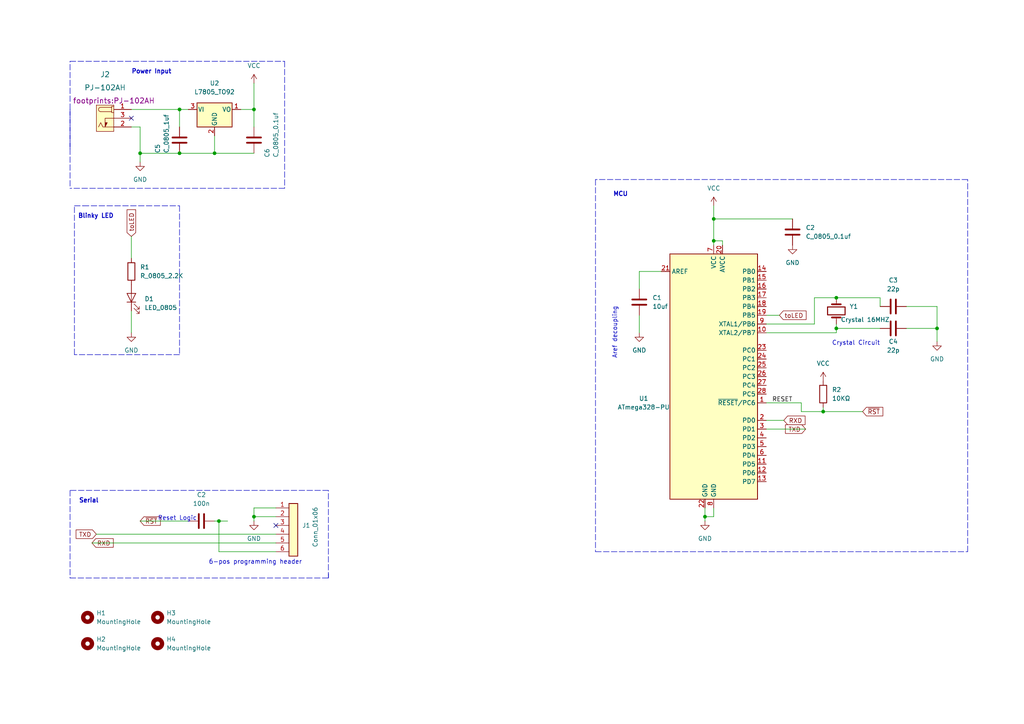
<source format=kicad_sch>
(kicad_sch (version 20211123) (generator eeschema)
  (paper "A4")
  (lib_symbols
    (symbol "HPS:ATmega328-PU"
      (property "Reference" "U" (at -11.43 39.37 0))
      (property "Value" "ATmega328-PU" (at -17.78 38.1 0))
      (symbol "ATmega328-PU_0_1"
        (rectangle (start -12.7 -35.56) (end 12.7 35.56) (stroke (width 0.254)) (fill (type background)))
      )
      (symbol "ATmega328-PU_1_1"
        (pin tri_state line (at 15.24 -7.62 180) (length 2.54) (name "~{RESET}/PC6") (number "1"))
        (pin tri_state line (at 15.24 12.7 180) (length 2.54) (name "XTAL2/PB7") (number "10"))
        (pin tri_state line (at 15.24 -25.4 180) (length 2.54) (name "PD5") (number "11"))
        (pin tri_state line (at 15.24 -27.94 180) (length 2.54) (name "PD6") (number "12"))
        (pin tri_state line (at 15.24 -30.48 180) (length 2.54) (name "PD7") (number "13"))
        (pin tri_state line (at 15.24 30.48 180) (length 2.54) (name "PB0") (number "14"))
        (pin tri_state line (at 15.24 27.94 180) (length 2.54) (name "PB1") (number "15"))
        (pin tri_state line (at 15.24 25.4 180) (length 2.54) (name "PB2") (number "16"))
        (pin tri_state line (at 15.24 22.86 180) (length 2.54) (name "PB3") (number "17"))
        (pin tri_state line (at 15.24 20.32 180) (length 2.54) (name "PB4") (number "18"))
        (pin tri_state line (at 15.24 17.78 180) (length 2.54) (name "PB5") (number "19"))
        (pin tri_state line (at 15.24 -12.7 180) (length 2.54) (name "PD0") (number "2"))
        (pin power_in line (at 2.54 38.1 270) (length 2.54) (name "AVCC") (number "20"))
        (pin passive line (at -15.24 30.48 0) (length 2.54) (name "AREF") (number "21"))
        (pin power_in line (at -2.54 -38.1 90) (length 2.54) (name "GND") (number "22"))
        (pin tri_state line (at 15.24 7.62 180) (length 2.54) (name "PC0") (number "23"))
        (pin tri_state line (at 15.24 5.08 180) (length 2.54) (name "PC1") (number "24"))
        (pin tri_state line (at 15.24 2.54 180) (length 2.54) (name "PC2") (number "25"))
        (pin tri_state line (at 15.24 0 180) (length 2.54) (name "PC3") (number "26"))
        (pin tri_state line (at 15.24 -2.54 180) (length 2.54) (name "PC4") (number "27"))
        (pin tri_state line (at 15.24 -5.08 180) (length 2.54) (name "PC5") (number "28"))
        (pin tri_state line (at 15.24 -15.24 180) (length 2.54) (name "PD1") (number "3"))
        (pin tri_state line (at 15.24 -17.78 180) (length 2.54) (name "PD2") (number "4"))
        (pin tri_state line (at 15.24 -20.32 180) (length 2.54) (name "PD3") (number "5"))
        (pin tri_state line (at 15.24 -22.86 180) (length 2.54) (name "PD4") (number "6"))
        (pin power_in line (at 0 38.1 270) (length 2.54) (name "VCC") (number "7"))
        (pin power_in line (at 0 -38.1 90) (length 2.54) (name "GND") (number "8"))
        (pin tri_state line (at 15.24 15.24 180) (length 2.54) (name "XTAL1/PB6") (number "9"))
      )
    )
    (symbol "HPS:C_0805_0.1uf" (pin_numbers hide) (pin_names (offset 0.254))
      (property "Reference" "C" (at 0.635 2.54 0))
      (property "Value" "C_0805_0.1uf" (at 0.635 -2.54 0))
      (symbol "C_0805_0.1uf_0_1"
        (polyline (pts (xy -2.032 -0.762) (xy 2.032 -0.762)) (stroke (width 0.508)))
        (polyline (pts (xy -2.032 0.762) (xy 2.032 0.762)) (stroke (width 0.508)))
      )
      (symbol "C_0805_0.1uf_1_1"
        (pin passive line (at 0 3.81 270) (length 2.794) (name "~") (number "1"))
        (pin passive line (at 0 -3.81 90) (length 2.794) (name "~") (number "2"))
      )
    )
    (symbol "HPS:C_0805_10uf" (pin_numbers hide) (pin_names (offset 0.254))
      (property "Reference" "C" (at 0.635 2.54 0))
      (property "Value" "C_0805_10uf" (at 0.635 -2.54 0))
      (symbol "C_0805_10uf_0_1"
        (polyline (pts (xy -2.032 -0.762) (xy 2.032 -0.762)) (stroke (width 0.508)))
        (polyline (pts (xy -2.032 0.762) (xy 2.032 0.762)) (stroke (width 0.508)))
      )
      (symbol "C_0805_10uf_1_1"
        (pin passive line (at 0 3.81 270) (length 2.794) (name "~") (number "1"))
        (pin passive line (at 0 -3.81 90) (length 2.794) (name "~") (number "2"))
      )
    )
    (symbol "HPS:C_0805_1uf" (pin_numbers hide) (pin_names (offset 0.254))
      (property "Reference" "C" (at 0.635 2.54 0))
      (property "Value" "C_0805_1uf" (at 0.635 -2.54 0))
      (symbol "C_0805_1uf_0_1"
        (polyline (pts (xy -2.032 -0.762) (xy 2.032 -0.762)) (stroke (width 0.508)))
        (polyline (pts (xy -2.032 0.762) (xy 2.032 0.762)) (stroke (width 0.508)))
      )
      (symbol "C_0805_1uf_1_1"
        (pin passive line (at 0 3.81 270) (length 2.794) (name "~") (number "1"))
        (pin passive line (at 0 -3.81 90) (length 2.794) (name "~") (number "2"))
      )
    )
    (symbol "HPS:C_0805_22pf" (pin_numbers hide) (pin_names (offset 0.254))
      (property "Reference" "C" (at 0.635 2.54 0))
      (property "Value" "C_0805_22pf" (at 0.635 -2.54 0))
      (symbol "C_0805_22pf_0_1"
        (polyline (pts (xy -2.032 -0.762) (xy 2.032 -0.762)) (stroke (width 0.508)))
        (polyline (pts (xy -2.032 0.762) (xy 2.032 0.762)) (stroke (width 0.508)))
      )
      (symbol "C_0805_22pf_1_1"
        (pin passive line (at 0 3.81 270) (length 2.794) (name "~") (number "1"))
        (pin passive line (at 0 -3.81 90) (length 2.794) (name "~") (number "2"))
      )
    )
    (symbol "HPS:Conn_01x06" (pin_names (offset 1.016) hide)
      (property "Reference" "J" (at 0 7.62 0))
      (property "Value" "Conn_01x06" (at 0 -10.16 0))
      (symbol "Conn_01x06_1_1"
        (rectangle (start -1.27 6.35) (end 1.27 -8.89) (stroke (width 0.254)) (fill (type background)))
        (pin passive line (at -5.08 5.08 0) (length 3.81) (name "Pin_1") (number "1"))
        (pin passive line (at -5.08 2.54 0) (length 3.81) (name "Pin_2") (number "2"))
        (pin passive line (at -5.08 0 0) (length 3.81) (name "Pin_3") (number "3"))
        (pin passive line (at -5.08 -2.54 0) (length 3.81) (name "Pin_4") (number "4"))
        (pin passive line (at -5.08 -5.08 0) (length 3.81) (name "Pin_5") (number "5"))
        (pin passive line (at -5.08 -7.62 0) (length 3.81) (name "Pin_6") (number "6"))
      )
    )
    (symbol "HPS:Crystal_16MHz" (pin_numbers hide) (pin_names (offset 1.016) hide)
      (property "Reference" "Y" (at 0 3.81 0))
      (property "Value" "Crystal_16MHz" (at 0 -3.81 0))
      (symbol "Crystal_16MHz_0_1"
        (rectangle (start -1.143 2.54) (end 1.143 -2.54) (stroke (width 0.3048)))
        (polyline (pts (xy -2.54 0) (xy -1.905 0)))
        (polyline (pts (xy -1.905 -1.27) (xy -1.905 1.27)) (stroke (width 0.508)))
        (polyline (pts (xy 1.905 -1.27) (xy 1.905 1.27)) (stroke (width 0.508)))
        (polyline (pts (xy 2.54 0) (xy 1.905 0)))
      )
      (symbol "Crystal_16MHz_1_1"
        (pin passive line (at -3.81 0 0) (length 1.27) (name "1") (number "1"))
        (pin passive line (at 3.81 0 180) (length 1.27) (name "2") (number "2"))
      )
    )
    (symbol "HPS:GND" (power) (pin_names (offset 0))
      (property "Value" "GND" (at 0 -3.81 0))
      (symbol "GND_0_1"
        (polyline (pts (xy 0 0) (xy 0 -1.27) (xy 1.27 -1.27) (xy 0 -2.54) (xy -1.27 -1.27) (xy 0 -1.27)))
      )
      (symbol "GND_1_1"
        (pin power_in line (at 0 0 270) (length 0) hide (name "GND") (number "1"))
      )
    )
    (symbol "HPS:L7805_TO92" (pin_names (offset 0.254))
      (property "Reference" "U" (at -5.08 6.35 0))
      (property "Value" "L7805_TO92" (at -5.08 3.81 0))
      (symbol "L7805_TO92_0_1"
        (rectangle (start -5.08 -5.08) (end 5.08 1.905) (stroke (width 0.254)) (fill (type background)))
      )
      (symbol "L7805_TO92_1_1"
        (pin power_out line (at 7.62 0 180) (length 2.54) (name "VO") (number "1"))
        (pin power_in line (at 0 -7.62 90) (length 2.54) (name "GND") (number "2"))
        (pin power_in line (at -7.62 0 0) (length 2.54) (name "VI") (number "3"))
      )
    )
    (symbol "HPS:LED_0805" (pin_numbers hide) (pin_names (offset 1.016) hide)
      (property "Reference" "D" (at 0 2.54 0))
      (property "Value" "LED_0805" (at 0 -2.54 0))
      (symbol "LED_0805_0_1"
        (polyline (pts (xy -1.27 -1.27) (xy -1.27 1.27)) (stroke (width 0.2032)))
        (polyline (pts (xy -1.27 0) (xy 1.27 0)))
        (polyline (pts (xy 1.27 -1.27) (xy 1.27 1.27) (xy -1.27 0) (xy 1.27 -1.27)) (stroke (width 0.2032)))
        (polyline (pts (xy -3.048 -0.762) (xy -4.572 -2.286) (xy -3.81 -2.286) (xy -4.572 -2.286) (xy -4.572 -1.524)))
        (polyline (pts (xy -1.778 -0.762) (xy -3.302 -2.286) (xy -2.54 -2.286) (xy -3.302 -2.286) (xy -3.302 -1.524)))
      )
      (symbol "LED_0805_1_1"
        (pin passive line (at -3.81 0 0) (length 2.54) (name "K") (number "1"))
        (pin passive line (at 3.81 0 180) (length 2.54) (name "A") (number "2"))
      )
    )
    (symbol "HPS:MountingHole" (pin_names (offset 1.016))
      (property "Reference" "H" (at 0 5.08 0))
      (property "Value" "MountingHole" (at 0 3.175 0))
      (symbol "MountingHole_0_1"
        (circle (center 0 0) (radius 1.27) (stroke (width 1.27)))
      )
    )
    (symbol "HPS:PJ-102AH" (pin_names (offset 1.016) hide)
      (property "Reference" "J" (at -2.54 5.08 0))
      (property "Value" "PJ-102AH" (at 0 -5.334 0))
      (property "Footprint" "footprints:PJ-102AH" (at 0 -7.874 0))
      (symbol "PJ-102AH_0_1"
        (arc (start -3.81 3.175) (mid -4.445 2.54) (end -3.81 1.905))
        (polyline (pts (xy -0.635 1.905) (xy -3.81 1.905)))
        (polyline (pts (xy -0.635 1.905) (xy -0.635 3.175)))
        (polyline (pts (xy -0.635 3.175) (xy -3.81 3.175)))
        (polyline (pts (xy -2.54 -1.27) (xy -2.54 0) (xy 0 0)))
        (polyline (pts (xy -0.635 1.905) (xy -0.635 1.651) (xy 0 1.651)))
        (polyline (pts (xy -0.635 3.175) (xy -0.635 3.429) (xy 0 3.429)))
        (polyline (pts (xy -2.54 -2.54) (xy -1.905 -1.27) (xy -2.54 -1.27) (xy -2.54 -2.54)) (fill (type outline)))
        (polyline (pts (xy 0 -2.54) (xy -3.175 -2.54) (xy -3.81 -1.27) (xy -4.445 -2.54)))
        (rectangle (start 0 3.81) (end -5.08 -3.81) (fill (type background)))
      )
      (symbol "PJ-102AH_1_1"
        (pin passive line (at 5.08 2.54 180) (length 5.08) (name "POLE") (number "1"))
        (pin passive line (at 5.08 -2.54 180) (length 5.08) (name "OUT") (number "2"))
        (pin passive line (at 5.08 0 180) (length 5.08) (name "OUT") (number "3"))
      )
    )
    (symbol "HPS:R_0805_10K" (pin_numbers hide) (pin_names (offset 0))
      (property "Reference" "R" (at 2.032 0 90))
      (property "Value" "R_0805_10K" (at -2.54 0 90))
      (symbol "R_0805_10K_0_1"
        (rectangle (start -1.016 -2.54) (end 1.016 2.54) (stroke (width 0.254)))
      )
      (symbol "R_0805_10K_1_1"
        (pin passive line (at 0 3.81 270) (length 1.27) (name "~") (number "1"))
        (pin passive line (at 0 -3.81 90) (length 1.27) (name "~") (number "2"))
      )
    )
    (symbol "HPS:R_0805_2.2K" (pin_numbers hide) (pin_names (offset 0))
      (property "Reference" "R" (at 2.032 0 90))
      (property "Value" "R_0805_2.2K" (at -2.54 0 90))
      (symbol "R_0805_2.2K_0_1"
        (rectangle (start -1.016 -2.54) (end 1.016 2.54) (stroke (width 0.254)))
      )
      (symbol "R_0805_2.2K_1_1"
        (pin passive line (at 0 3.81 270) (length 1.27) (name "~") (number "1"))
        (pin passive line (at 0 -3.81 90) (length 1.27) (name "~") (number "2"))
      )
    )
    (symbol "HPS:VCC" (power) (pin_names (offset 0))
      (property "Value" "VCC" (at 0 3.81 0))
      (symbol "VCC_0_1"
        (polyline (pts (xy -0.762 1.27) (xy 0 2.54)))
        (polyline (pts (xy 0 0) (xy 0 2.54)))
        (polyline (pts (xy 0 2.54) (xy 0.762 1.27)))
      )
      (symbol "VCC_1_1"
        (pin power_in line (at 0 0 90) (length 0) hide (name "VCC") (number "1"))
      )
    )
    (symbol "power:GND" (power) (pin_names (offset 0))
      (property "Value" "GND" (at 0 -3.81 0))
      (symbol "GND_0_1"
        (polyline (pts (xy 0 0) (xy 0 -1.27) (xy 1.27 -1.27) (xy 0 -2.54) (xy -1.27 -1.27) (xy 0 -1.27)))
      )
      (symbol "GND_1_1"
        (pin power_in line (at 0 0 270) (length 0) hide (name "GND") (number "1"))
      )
    )
  )
  (junction (at 52.07 31.75))
  (junction (at 204.47 149.86))
  (junction (at 207.01 63.5))
  (junction (at 238.76 119.38))
  (junction (at 52.07 44.45))
  (junction (at 62.23 44.45))
  (junction (at 63.5 151.13))
  (junction (at 40.64 44.45))
  (junction (at 271.78 95.25))
  (junction (at 207.01 69.85))
  (junction (at 242.57 86.36))
  (junction (at 73.66 31.75))
  (junction (at 73.66 149.86))
  (junction (at 242.57 95.25))
  (no_connect (at 80.01 152.4))
  (no_connect (at 38.1 34.29))
  (wire (pts (xy 52.07 31.75) (xy 52.07 36.83)))
  (wire (pts (xy 236.22 93.98) (xy 236.22 86.36)))
  (wire (pts (xy 207.01 63.5) (xy 207.01 69.85)))
  (wire (pts (xy 271.78 88.9) (xy 271.78 95.25)))
  (wire (pts (xy 40.64 44.45) (xy 40.64 46.99)))
  (polyline (pts (xy 20.32 167.64) (xy 95.25 167.64)))
  (wire (pts (xy 73.66 24.13) (xy 73.66 31.75)))
  (wire (pts (xy 185.42 91.44) (xy 185.42 96.52)))
  (polyline (pts (xy 20.32 31.75) (xy 20.32 54.61)))
  (wire (pts (xy 52.07 44.45) (xy 62.23 44.45)))
  (polyline (pts (xy 52.07 102.87) (xy 21.59 102.87)))
  (wire (pts (xy 191.77 78.74) (xy 185.42 78.74)))
  (polyline (pts (xy 21.59 59.69) (xy 24.13 59.69)))
  (polyline (pts (xy 172.72 160.02) (xy 280.67 160.02)))
  (wire (pts (xy 271.78 95.25) (xy 271.78 99.06)))
  (wire (pts (xy 222.25 124.46) (xy 233.68 124.46)))
  (wire (pts (xy 207.01 69.85) (xy 207.01 71.12)))
  (wire (pts (xy 262.89 95.25) (xy 271.78 95.25)))
  (wire (pts (xy 242.57 95.25) (xy 242.57 93.98)))
  (polyline (pts (xy 95.25 142.24) (xy 20.32 142.24)))
  (wire (pts (xy 209.55 69.85) (xy 207.01 69.85)))
  (wire (pts (xy 207.01 59.69) (xy 207.01 63.5)))
  (wire (pts (xy 242.57 96.52) (xy 242.57 95.25)))
  (wire (pts (xy 204.47 151.13) (xy 204.47 149.86)))
  (polyline (pts (xy 20.32 17.78) (xy 82.55 17.78)))
  (wire (pts (xy 238.76 119.38) (xy 238.76 118.11)))
  (wire (pts (xy 222.25 91.44) (xy 226.06 91.44)))
  (wire (pts (xy 238.76 119.38) (xy 250.19 119.38)))
  (wire (pts (xy 40.64 151.13) (xy 54.61 151.13)))
  (wire (pts (xy 207.01 149.86) (xy 207.01 147.32)))
  (wire (pts (xy 255.27 86.36) (xy 242.57 86.36)))
  (wire (pts (xy 73.66 36.83) (xy 73.66 31.75)))
  (wire (pts (xy 262.89 88.9) (xy 271.78 88.9)))
  (polyline (pts (xy 52.07 59.69) (xy 52.07 102.87)))
  (wire (pts (xy 73.66 149.86) (xy 80.01 149.86)))
  (wire (pts (xy 62.23 151.13) (xy 63.5 151.13)))
  (wire (pts (xy 63.5 160.02) (xy 63.5 151.13)))
  (wire (pts (xy 52.07 44.45) (xy 40.64 44.45)))
  (wire (pts (xy 222.25 121.92) (xy 227.33 121.92)))
  (wire (pts (xy 232.41 116.84) (xy 232.41 119.38)))
  (wire (pts (xy 207.01 63.5) (xy 229.87 63.5)))
  (wire (pts (xy 209.55 71.12) (xy 209.55 69.85)))
  (wire (pts (xy 52.07 31.75) (xy 54.61 31.75)))
  (polyline (pts (xy 82.55 54.61) (xy 20.32 54.61)))
  (wire (pts (xy 222.25 93.98) (xy 236.22 93.98)))
  (wire (pts (xy 38.1 36.83) (xy 40.64 36.83)))
  (polyline (pts (xy 21.59 102.87) (xy 21.59 59.69)))
  (wire (pts (xy 73.66 149.86) (xy 73.66 151.13)))
  (wire (pts (xy 242.57 95.25) (xy 255.27 95.25)))
  (polyline (pts (xy 82.55 17.78) (xy 82.55 54.61)))
  (wire (pts (xy 80.01 147.32) (xy 73.66 147.32)))
  (wire (pts (xy 27.94 154.94) (xy 80.01 154.94)))
  (wire (pts (xy 73.66 31.75) (xy 69.85 31.75)))
  (wire (pts (xy 62.23 44.45) (xy 62.23 39.37)))
  (polyline (pts (xy 280.67 160.02) (xy 280.67 52.07)))
  (wire (pts (xy 80.01 157.48) (xy 26.67 157.48)))
  (wire (pts (xy 255.27 88.9) (xy 255.27 86.36)))
  (wire (pts (xy 232.41 119.38) (xy 238.76 119.38)))
  (wire (pts (xy 185.42 78.74) (xy 185.42 83.82)))
  (wire (pts (xy 62.23 44.45) (xy 73.66 44.45)))
  (polyline (pts (xy 20.32 43.18) (xy 20.32 17.78)))
  (wire (pts (xy 204.47 149.86) (xy 207.01 149.86)))
  (polyline (pts (xy 95.25 167.64) (xy 95.25 142.24)))
  (wire (pts (xy 222.25 116.84) (xy 232.41 116.84)))
  (wire (pts (xy 222.25 96.52) (xy 242.57 96.52)))
  (wire (pts (xy 38.1 68.58) (xy 38.1 74.93)))
  (wire (pts (xy 63.5 151.13) (xy 66.04 151.13)))
  (wire (pts (xy 80.01 160.02) (xy 63.5 160.02)))
  (polyline (pts (xy 172.72 52.07) (xy 172.72 160.02)))
  (wire (pts (xy 40.64 36.83) (xy 40.64 44.45)))
  (polyline (pts (xy 24.13 59.69) (xy 52.07 59.69)))
  (wire (pts (xy 38.1 31.75) (xy 52.07 31.75)))
  (polyline (pts (xy 20.32 142.24) (xy 20.32 167.64)))
  (wire (pts (xy 236.22 86.36) (xy 242.57 86.36)))
  (wire (pts (xy 73.66 147.32) (xy 73.66 149.86)))
  (wire (pts (xy 204.47 149.86) (xy 204.47 147.32)))
  (polyline (pts (xy 95.25 166.37) (xy 95.25 167.64)))
  (polyline (pts (xy 280.67 52.07) (xy 172.72 52.07)))
  (wire (pts (xy 38.1 90.17) (xy 38.1 96.52)))
  (text "Reset Logic\n" (at 57.15 151.13 180) (effects (font (size 1.27 1.27)) (justify right bottom)))
  (text "Serial\n" (at 22.86 146.05 0) (effects (font (size 1.27 1.27) (thickness 0.254) bold) (justify left bottom)))
  (text "Crystal Circuit\n" (at 255.27 100.33 180) (effects (font (size 1.27 1.27)) (justify right bottom)))
  (text "Aref decoupling\n" (at 179.07 88.9 270) (effects (font (size 1.27 1.27)) (justify right bottom)))
  (text "6-pos programming header\n" (at 87.63 163.83 180) (effects (font (size 1.27 1.27)) (justify right bottom)))
  (text "Blinky LED\n" (at 33.02 63.5 180) (effects (font (size 1.27 1.27) (thickness 0.254) bold) (justify right bottom)))
  (text "Power Input\n" (at 38.1 21.59 0) (effects (font (size 1.27 1.27) bold) (justify left bottom)))
  (text "MCU" (at 177.8 57.15 0) (effects (font (size 1.27 1.27) bold) (justify left bottom)))
  (label "RESET" (at 229.87 116.84 180))
  (global_label "toLED" (shape input) (at 226.06 91.44 0) (property "Intersheet References" "${INTERSHEET_REFS}" (effects hide)))
  (global_label "~{RST}" (shape input) (at 40.64 151.13 0) (property "Intersheet References" "${INTERSHEET_REFS}" (effects hide)))
  (global_label "toLED" (shape input) (at 38.1 68.58 90) (property "Intersheet References" "${INTERSHEET_REFS}" (effects hide)))
  (global_label "~{RST}" (shape input) (at 250.19 119.38 0) (property "Intersheet References" "${INTERSHEET_REFS}" (effects hide)))
  (global_label "TXD" (shape input) (at 27.94 154.94 180) (property "Intersheet References" "${INTERSHEET_REFS}" (effects hide)))
  (global_label "RXD" (shape input) (at 227.33 121.92 0) (property "Intersheet References" "${INTERSHEET_REFS}" (effects hide)))
  (global_label "RXD" (shape input) (at 26.67 157.48 0) (property "Intersheet References" "${INTERSHEET_REFS}" (effects hide)))
  (global_label "TXD" (shape input) (at 233.68 124.46 180) (property "Intersheet References" "${INTERSHEET_REFS}" (effects hide)))
  (symbol (lib_id "HPS:Crystal_16MHz") (at 242.57 90.17 270) (unit 1)
    (property "Reference" "Y1" (at 246.38 88.8999 90) (effects (justify left)))
    (property "Value" "Crystal 16MHZ" (at 243.84 92.71 90) (effects (justify left)))
    (property "Footprint" "footprints:Crystal_SMD_HC49-SD" (effects hide))
    (property "Datasheet" "https://ecsxtal.com/store/pdf/csm-7x-dn.pdf" (effects hide))
    (property "MFG" "ECS Inc." (effects hide))
    (property "MPN" "ECS-160-20-5PXDN-TR" (effects hide))
    (property "Digikey PN" "XC1299CT-ND" (effects hide))
    (property "Mouser PN" "N/A" (effects hide))
  )
  (symbol (lib_id "power:GND") (at 73.66 151.13 0) (unit 1)
    (property "Reference" "#PWR012" (effects hide))
    (property "Value" "GND" (at 73.66 156.21 0))
  )
  (symbol (lib_id "HPS:MountingHole") (at 45.72 179.07 0) (unit 1)
    (property "Reference" "H3" (at 48.26 177.7999 0) (effects (justify left)))
    (property "Value" "MountingHole" (at 48.26 180.3399 0) (effects (justify left)))
    (property "Footprint" "footprints:MountingHole_3.2mm_M3" (effects hide))
  )
  (symbol (lib_id "HPS:MountingHole") (at 25.4 179.07 0) (unit 1)
    (property "Reference" "H1" (at 27.94 177.7999 0) (effects (justify left)))
    (property "Value" "MountingHole" (at 27.94 180.3399 0) (effects (justify left)))
    (property "Footprint" "footprints:MountingHole_3.2mm_M3" (effects hide))
  )
  (symbol (lib_id "HPS:GND") (at 40.64 46.99 0) (unit 1)
    (property "Reference" "#PWR?" (effects hide))
    (property "Value" "GND" (at 40.64 52.07 0))
  )
  (symbol (lib_id "HPS:L7805_TO92") (at 62.23 31.75 0) (unit 1)
    (property "Reference" "U2" (at 62.23 24.13 0))
    (property "Value" "L7805_TO92" (at 62.23 26.67 0))
    (property "Footprint" "footprints:TO-92_Inline" (effects hide))
    (property "Datasheet" "http://www.st.com/content/ccc/resource/technical/document/datasheet/15/55/e5/aa/23/5b/43/fd/CD00000446.pdf/files/CD00000446.pdf/jcr:content/translations/en.CD00000446.pdf" (effects hide))
    (property "MFG" "STMicroelectronics" (effects hide))
    (property "MPN" "L7805CV" (effects hide))
    (property "Digikey PN" "497-1443-5-ND" (effects hide))
    (property "Mouser PN" "N/A" (effects hide))
  )
  (symbol (lib_id "HPS:VCC") (at 238.76 110.49 0) (unit 1)
    (property "Reference" "#PWR09" (effects hide))
    (property "Value" "VCC" (at 238.76 105.41 0))
  )
  (symbol (lib_id "power:GND") (at 204.47 151.13 0) (unit 1)
    (property "Reference" "#PWR03" (effects hide))
    (property "Value" "GND" (at 204.47 156.21 0))
  )
  (symbol (lib_id "HPS:R_0805_10K") (at 238.76 114.3 0) (unit 1)
    (property "Reference" "R2" (at 241.3 113.0299 0) (effects (justify left)))
    (property "Value" "10KΩ" (at 241.3 115.5699 0) (effects (justify left)))
    (property "Footprint" "footprints:R_0805_2012Metric" (effects hide))
    (property "Datasheet" "https://www.digikey.com/en/products/detail/yageo/RC0805FR-0710KL/727535" (effects hide))
    (property "MFG" "Yageo" (effects hide))
    (property "MPN" "RC0805FR-0710KL" (effects hide))
    (property "Digikey PN" "311-10.0KCRCT-ND" (effects hide))
    (property "Mouser PN" "N/A" (effects hide))
    (property "Power" "N/A" (effects hide))
    (property "Tolerance" "N/A" (effects hide))
  )
  (symbol (lib_id "HPS:C_0805_22pf") (at 259.08 95.25 90) (unit 1)
    (property "Reference" "C4" (at 259.08 99.06 90))
    (property "Value" "22p" (at 259.08 101.6 90))
    (property "Footprint" "footprints:C_0805_2012Metric" (effects hide))
    (property "Datasheet" "https://www.yageo.com/upload/media/product/productsearch/datasheet/mlcc/UPY-GP_NP0_16V-to-50V_18.pdf" (effects hide))
    (property "MFG" "Yageo" (effects hide))
    (property "MPN" "CC0805JRNPO9BN220" (effects hide))
    (property "Digikey PN" "311-1103-1-ND" (effects hide))
    (property "Mouser PN" "N/A" (effects hide))
    (property "Voltage" "N/A" (effects hide))
    (property "Dielectric" "N/A" (effects hide))
    (property "Tolerance" "N/A" (effects hide))
  )
  (symbol (lib_id "power:GND") (at 185.42 96.52 0) (unit 1)
    (property "Reference" "#PWR02" (effects hide))
    (property "Value" "GND" (at 185.42 101.6 0))
  )
  (symbol (lib_id "HPS:C_0805_22pf") (at 259.08 88.9 90) (unit 1)
    (property "Reference" "C3" (at 259.08 81.28 90))
    (property "Value" "22p" (at 259.08 83.82 90))
    (property "Footprint" "footprints:C_0805_2012Metric" (effects hide))
    (property "Datasheet" "https://www.yageo.com/upload/media/product/productsearch/datasheet/mlcc/UPY-GP_NP0_16V-to-50V_18.pdf" (effects hide))
    (property "MFG" "Yageo" (effects hide))
    (property "MPN" "CC0805JRNPO9BN220" (effects hide))
    (property "Digikey PN" "311-1103-1-ND" (effects hide))
    (property "Mouser PN" "N/A" (effects hide))
    (property "Voltage" "N/A" (effects hide))
    (property "Dielectric" "N/A" (effects hide))
    (property "Tolerance" "N/A" (effects hide))
  )
  (symbol (lib_id "HPS:Conn_01x06") (at 85.09 152.4 0) (unit 1)
    (property "Reference" "J1" (at 87.63 152.3999 0) (effects (justify left)))
    (property "Value" "Conn_01x06" (at 91.44 158.75 90) (effects (justify left)))
    (property "Footprint" "footprints:PinHeader_1x06_P2.54mm_Vertical" (effects hide))
    (property "Datasheet" "https://www.we-online.de/katalog/datasheet/6130xx11121.pdf" (effects hide))
    (property "MFG" "Würth Elektronik" (effects hide))
    (property "MPN" "61300611121" (effects hide))
    (property "Digikey PN" "732-5319-ND" (effects hide))
    (property "Mouser PN" "N/A" (effects hide))
  )
  (symbol (lib_id "HPS:PJ-102AH") (at 33.02 34.29 0) (unit 1)
    (property "Reference" "J2" (at 30.48 21.59 0) (effects (font (size 1.524 1.524))))
    (property "Value" "PJ-102AH" (at 30.48 25.4 0) (effects (font (size 1.524 1.524))))
    (property "Footprint" "footprints:PJ-102AH" (at 33.02 29.21 0) (effects (font (size 1.524 1.524))))
    (property "Datasheet" "https://www.cuidevices.com/product/resource/pj-102ah.pdf" (effects hide))
    (property "MFG" "CUI Devices" (effects hide))
    (property "MPN" "PJ-102AH" (effects hide))
    (property "Digikey PN" "CP-102AH-ND" (effects hide))
    (property "Mouser PN" "490-PJ-102AH" (effects hide))
  )
  (symbol (lib_id "HPS:C_0805_1uf") (at 52.07 40.64 0) (unit 1)
    (property "Reference" "C5" (at 45.72 44.45 90) (effects (justify left)))
    (property "Value" "C_0805_1uf" (at 48.26 44.45 90) (effects (justify left)))
    (property "Footprint" "footprints:C_0805_2012Metric" (effects hide))
    (property "Datasheet" "https://www.yageo.com/upload/media/product/productsearch/datasheet/mlcc/UPY-GPHC_X7R_6.3V-to-50V_18.pdf" (effects hide))
    (property "MFG" "Yageo" (effects hide))
    (property "MPN" "CC0805KKX7R8BB105" (effects hide))
    (property "Digikey PN" "311-1456-1-ND" (effects hide))
    (property "Mouser PN" "N/A" (effects hide))
    (property "Voltage" "N/A" (effects hide))
    (property "Dielectric" "N/A" (effects hide))
    (property "Tolerance" "N/A" (effects hide))
  )
  (symbol (lib_id "HPS:C_0805_0.1uf") (at 73.66 40.64 0) (unit 1)
    (property "Reference" "C6" (at 77.47 45.72 90) (effects (justify left)))
    (property "Value" "C_0805_0.1uf" (at 80.01 45.72 90) (effects (justify left)))
    (property "Footprint" "footprints:C_0805_2012Metric" (effects hide))
    (property "Datasheet" "https://datasheets.avx.com/X7RDielectric.pdf" (effects hide))
    (property "MFG" "AVX Corporation" (effects hide))
    (property "MPN" "08055C104KAT2A" (effects hide))
    (property "Digikey PN" "478-1395-1-ND" (effects hide))
    (property "Mouser PN" "N/A" (effects hide))
    (property "Voltage" "N/A" (effects hide))
    (property "Dielectric" "N/A" (effects hide))
    (property "Tolerance" "N/A" (effects hide))
  )
  (symbol (lib_id "HPS:MountingHole") (at 25.4 186.69 0) (unit 1)
    (property "Reference" "H2" (at 27.94 185.4199 0) (effects (justify left)))
    (property "Value" "MountingHole" (at 27.94 187.9599 0) (effects (justify left)))
    (property "Footprint" "footprints:MountingHole_3.2mm_M3" (effects hide))
  )
  (symbol (lib_id "HPS:VCC") (at 73.66 24.13 0) (unit 1)
    (property "Reference" "#PWR?" (effects hide))
    (property "Value" "VCC" (at 73.66 19.05 0))
  )
  (symbol (lib_id "power:GND") (at 229.87 71.12 0) (unit 1)
    (property "Reference" "#PWR?" (effects hide))
    (property "Value" "GND" (at 229.87 76.2 0))
  )
  (symbol (lib_id "HPS:R_0805_2.2K") (at 38.1 78.74 0) (unit 1)
    (property "Reference" "R1" (at 40.64 77.4699 0) (effects (justify left)))
    (property "Value" "R_0805_2.2K" (at 40.64 80.0099 0) (effects (justify left)))
    (property "Footprint" "footprints:R_0805_2012Metric" (effects hide))
    (property "Datasheet" "https://www.digikey.com/en/products/detail/yageo/RC0805FR-072K2L/727676" (effects hide))
    (property "MFG" "N/A" (effects hide))
    (property "MPN" "N/A" (effects hide))
    (property "Digikey PN" "311-2.20KCRCT-ND" (effects hide))
    (property "Mouser PN" "N/A" (effects hide))
    (property "Power" "N/A" (effects hide))
    (property "Tolerance" "N/A" (effects hide))
  )
  (symbol (lib_id "HPS:C_0805_10uf") (at 185.42 87.63 0) (unit 1)
    (property "Reference" "C1" (at 189.23 86.3599 0) (effects (justify left)))
    (property "Value" "10uf" (at 189.23 88.8999 0) (effects (justify left)))
    (property "Footprint" "footprints:C_0805_2012Metric" (effects hide))
    (property "Datasheet" "https://search.murata.co.jp/Ceramy/image/img/A01X/G101/ENG/GRM21BR61E106KA73-01.pdf" (effects hide))
    (property "MFG" "Murata Electronics" (effects hide))
    (property "MPN" "GRM21BR61E106KA73L" (effects hide))
    (property "Digikey PN" "490-5523-1-ND" (effects hide))
    (property "Mouser PN" "N/A" (effects hide))
    (property "Voltage" "N/A" (effects hide))
    (property "Dielectric" "N/A" (effects hide))
    (property "Tolerance" "N/A" (effects hide))
  )
  (symbol (lib_id "HPS:C_0805_0.1uf") (at 58.42 151.13 90) (unit 1)
    (property "Reference" "C2" (at 58.42 143.51 90))
    (property "Value" "100n" (at 58.42 146.05 90))
    (property "Footprint" "footprints:C_0805_2012Metric" (effects hide))
    (property "Datasheet" "https://datasheets.avx.com/X7RDielectric.pdf" (effects hide))
    (property "MFG" "AVX Corporation" (effects hide))
    (property "MPN" "08055C104KAT2A" (effects hide))
    (property "Digikey PN" "478-1395-1-ND" (effects hide))
    (property "Mouser PN" "N/A" (effects hide))
    (property "Voltage" "N/A" (effects hide))
    (property "Dielectric" "N/A" (effects hide))
    (property "Tolerance" "N/A" (effects hide))
  )
  (symbol (lib_id "HPS:C_0805_0.1uf") (at 229.87 67.31 0) (unit 1)
    (property "Reference" "C2" (at 233.68 66.0399 0) (effects (justify left)))
    (property "Value" "C_0805_0.1uf" (at 233.68 68.5799 0) (effects (justify left)))
    (property "Footprint" "footprints:C_0805_2012Metric" (effects hide))
    (property "Datasheet" "https://datasheets.avx.com/X7RDielectric.pdf" (effects hide))
    (property "MFG" "AVX Corporation" (effects hide))
    (property "MPN" "08055C104KAT2A" (effects hide))
    (property "Digikey PN" "478-1395-1-ND" (effects hide))
    (property "Mouser PN" "N/A" (effects hide))
    (property "Voltage" "N/A" (effects hide))
    (property "Dielectric" "N/A" (effects hide))
    (property "Tolerance" "N/A" (effects hide))
  )
  (symbol (lib_id "HPS:VCC") (at 207.01 59.69 0) (unit 1)
    (property "Reference" "#PWR04" (effects hide))
    (property "Value" "VCC" (at 207.01 54.61 0))
  )
  (symbol (lib_id "power:GND") (at 271.78 99.06 0) (unit 1)
    (property "Reference" "#PWR013" (effects hide))
    (property "Value" "GND" (at 271.78 104.14 0))
  )
  (symbol (lib_id "HPS:ATmega328-PU") (at 207.01 109.22 0) (unit 1)
    (property "Reference" "U1" (at 186.69 115.57 0))
    (property "Value" "ATmega328-PU" (at 186.69 118.11 0))
    (property "Footprint" "footprints:DIP-28_W7.62mm" (effects hide))
    (property "Datasheet" "http://www.microchip.com/mymicrochip/filehandler.aspx?ddocname=en608326" (effects hide))
    (property "MFG" "On Shore Technology Inc." (effects hide))
    (property "MPN" "ED281DT" (effects hide))
    (property "Digikey PN" "ED3050-5-ND" (effects hide))
    (property "Mouser PN" "N/A" (effects hide))
  )
  (symbol (lib_id "power:GND") (at 38.1 96.52 0) (unit 1)
    (property "Reference" "#PWR01" (effects hide))
    (property "Value" "GND" (at 38.1 101.6 0))
  )
  (symbol (lib_id "HPS:LED_0805") (at 38.1 86.36 90) (unit 1)
    (property "Reference" "D1" (at 41.91 86.6901 90) (effects (justify right)))
    (property "Value" "LED_0805" (at 41.91 89.2301 90) (effects (justify right)))
    (property "Footprint" "footprints:LED_0805_2012Metric" (effects hide))
    (property "Datasheet" "https://www.we-online.de/katalog/datasheet/150080RS75000.pdf" (effects hide))
    (property "MFG" "Würth Elektronik" (effects hide))
    (property "MPN" "150080RS75000" (effects hide))
    (property "Digikey PN" "732-4984-1-ND" (effects hide))
    (property "Mouser PN" "N/A" (effects hide))
  )
  (symbol (lib_id "HPS:MountingHole") (at 45.72 186.69 0) (unit 1)
    (property "Reference" "H4" (at 48.26 185.4199 0) (effects (justify left)))
    (property "Value" "MountingHole" (at 48.26 187.9599 0) (effects (justify left)))
    (property "Footprint" "footprints:MountingHole_3.2mm_M3" (effects hide))
  )
)
</source>
